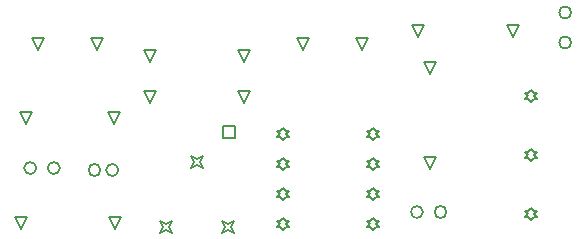
<source format=gbr>
%TF.GenerationSoftware,Altium Limited,Altium Designer,21.4.1 (30)*%
G04 Layer_Color=2752767*
%FSLAX45Y45*%
%MOMM*%
%TF.SameCoordinates,CB3C9C75-D0AA-49B7-AAC8-149D93B4B5C5*%
%TF.FilePolarity,Positive*%
%TF.FileFunction,Drawing*%
%TF.Part,Single*%
G01*
G75*
%TA.AperFunction,NonConductor*%
%ADD25C,0.12700*%
%ADD26C,0.16933*%
D25*
X2074200Y1249200D02*
Y1350800D01*
X2175800D01*
Y1249200D01*
X2074200D01*
X3832700Y986700D02*
X3781900Y1088300D01*
X3883500D01*
X3832700Y986700D01*
Y1786700D02*
X3781900Y1888300D01*
X3883500D01*
X3832700Y1786700D01*
X2257900Y1545500D02*
X2207100Y1647100D01*
X2308700D01*
X2257900Y1545500D01*
X1457900D02*
X1407100Y1647100D01*
X1508700D01*
X1457900Y1545500D01*
Y1888400D02*
X1407100Y1990000D01*
X1508700D01*
X1457900Y1888400D01*
X2257900D02*
X2207100Y1990000D01*
X2308700D01*
X2257900Y1888400D01*
X3350100Y1228000D02*
X3375500Y1253400D01*
X3400900D01*
X3375500Y1278800D01*
X3400900Y1304200D01*
X3375500D01*
X3350100Y1329600D01*
X3324700Y1304200D01*
X3299300D01*
X3324700Y1278800D01*
X3299300Y1253400D01*
X3324700D01*
X3350100Y1228000D01*
Y974000D02*
X3375500Y999400D01*
X3400900D01*
X3375500Y1024800D01*
X3400900Y1050200D01*
X3375500D01*
X3350100Y1075600D01*
X3324700Y1050200D01*
X3299300D01*
X3324700Y1024800D01*
X3299300Y999400D01*
X3324700D01*
X3350100Y974000D01*
Y720000D02*
X3375500Y745400D01*
X3400900D01*
X3375500Y770800D01*
X3400900Y796200D01*
X3375500D01*
X3350100Y821600D01*
X3324700Y796200D01*
X3299300D01*
X3324700Y770800D01*
X3299300Y745400D01*
X3324700D01*
X3350100Y720000D01*
Y466000D02*
X3375500Y491400D01*
X3400900D01*
X3375500Y516800D01*
X3400900Y542200D01*
X3375500D01*
X3350100Y567600D01*
X3324700Y542200D01*
X3299300D01*
X3324700Y516800D01*
X3299300Y491400D01*
X3324700D01*
X3350100Y466000D01*
X2588100D02*
X2613500Y491400D01*
X2638900D01*
X2613500Y516800D01*
X2638900Y542200D01*
X2613500D01*
X2588100Y567600D01*
X2562700Y542200D01*
X2537300D01*
X2562700Y516800D01*
X2537300Y491400D01*
X2562700D01*
X2588100Y466000D01*
Y720000D02*
X2613500Y745400D01*
X2638900D01*
X2613500Y770800D01*
X2638900Y796200D01*
X2613500D01*
X2588100Y821600D01*
X2562700Y796200D01*
X2537300D01*
X2562700Y770800D01*
X2537300Y745400D01*
X2562700D01*
X2588100Y720000D01*
Y974000D02*
X2613500Y999400D01*
X2638900D01*
X2613500Y1024800D01*
X2638900Y1050200D01*
X2613500D01*
X2588100Y1075600D01*
X2562700Y1050200D01*
X2537300D01*
X2562700Y1024800D01*
X2537300Y999400D01*
X2562700D01*
X2588100Y974000D01*
Y1228000D02*
X2613500Y1253400D01*
X2638900D01*
X2613500Y1278800D01*
X2638900Y1304200D01*
X2613500D01*
X2588100Y1329600D01*
X2562700Y1304200D01*
X2537300D01*
X2562700Y1278800D01*
X2537300Y1253400D01*
X2562700D01*
X2588100Y1228000D01*
X4683600Y1550200D02*
X4709000Y1575600D01*
X4734400D01*
X4709000Y1601000D01*
X4734400Y1626400D01*
X4709000D01*
X4683600Y1651800D01*
X4658200Y1626400D01*
X4632800D01*
X4658200Y1601000D01*
X4632800Y1575600D01*
X4658200D01*
X4683600Y1550200D01*
Y1050200D02*
X4709000Y1075600D01*
X4734400D01*
X4709000Y1101000D01*
X4734400Y1126400D01*
X4709000D01*
X4683600Y1151800D01*
X4658200Y1126400D01*
X4632800D01*
X4658200Y1101000D01*
X4632800Y1075600D01*
X4658200D01*
X4683600Y1050200D01*
Y550200D02*
X4709000Y575600D01*
X4734400D01*
X4709000Y601000D01*
X4734400Y626400D01*
X4709000D01*
X4683600Y651800D01*
X4658200Y626400D01*
X4632800D01*
X4658200Y601000D01*
X4632800Y575600D01*
X4658200D01*
X4683600Y550200D01*
X4531200Y2104300D02*
X4480400Y2205900D01*
X4582000D01*
X4531200Y2104300D01*
X3731200D02*
X3680400Y2205900D01*
X3782000D01*
X3731200Y2104300D01*
X2753200Y1990000D02*
X2702400Y2091600D01*
X2804000D01*
X2753200Y1990000D01*
X3253200D02*
X3202400Y2091600D01*
X3304000D01*
X3253200Y1990000D01*
X1803400Y994500D02*
X1828800Y1045300D01*
X1803400Y1096100D01*
X1854200Y1070700D01*
X1905000Y1096100D01*
X1879600Y1045300D01*
X1905000Y994500D01*
X1854200Y1019900D01*
X1803400Y994500D01*
X2065900Y444500D02*
X2091300Y495300D01*
X2065900Y546100D01*
X2116700Y520700D01*
X2167500Y546100D01*
X2142100Y495300D01*
X2167500Y444500D01*
X2116700Y469900D01*
X2065900Y444500D01*
X1540900D02*
X1566300Y495300D01*
X1540900Y546100D01*
X1591700Y520700D01*
X1642500Y546100D01*
X1617100Y495300D01*
X1642500Y444500D01*
X1591700Y469900D01*
X1540900Y444500D01*
X513300Y1990000D02*
X462500Y2091600D01*
X564100D01*
X513300Y1990000D01*
X1013300D02*
X962500Y2091600D01*
X1064100D01*
X1013300Y1990000D01*
X1159700Y1367700D02*
X1108900Y1469300D01*
X1210500D01*
X1159700Y1367700D01*
X409700D02*
X358900Y1469300D01*
X460500D01*
X409700Y1367700D01*
X1165700Y478700D02*
X1114900Y580300D01*
X1216500D01*
X1165700Y478700D01*
X365700D02*
X314900Y580300D01*
X416500D01*
X365700Y478700D01*
D26*
X696900Y990599D02*
G03*
X696900Y990599I-50800J0D01*
G01*
X496900Y990601D02*
G03*
X496900Y990601I-50800J0D01*
G01*
X5026500Y2307500D02*
G03*
X5026500Y2307500I-50800J0D01*
G01*
Y2053500D02*
G03*
X5026500Y2053500I-50800J0D01*
G01*
X3970800Y618400D02*
G03*
X3970800Y618400I-50800J0D01*
G01*
X3770800Y618401D02*
G03*
X3770800Y618401I-50800J0D01*
G01*
X1041100Y974001D02*
G03*
X1041100Y974001I-50800J0D01*
G01*
X1191100Y974000D02*
G03*
X1191100Y974000I-50800J0D01*
G01*
%TF.MD5,a37b4310d7a74b7a9c3032c08df9958d*%
M02*

</source>
